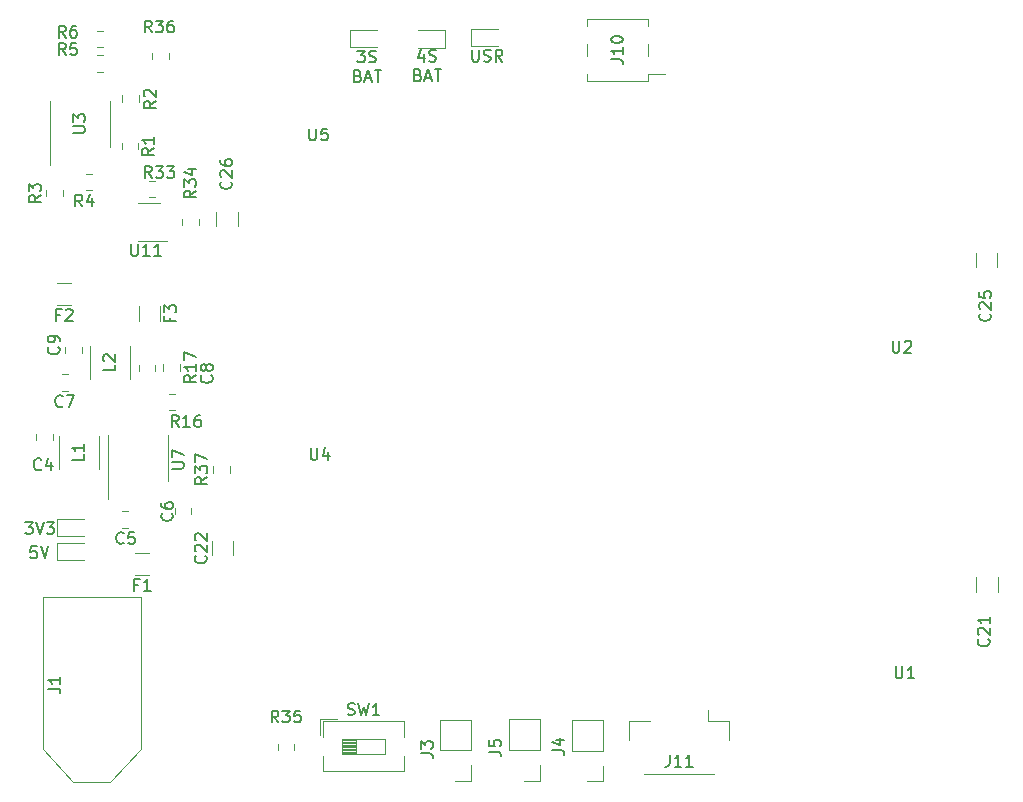
<source format=gbr>
G04 #@! TF.GenerationSoftware,KiCad,Pcbnew,(5.1.4)-1*
G04 #@! TF.CreationDate,2020-03-01T22:40:11-05:00*
G04 #@! TF.ProjectId,FPVRaceTimer,46505652-6163-4655-9469-6d65722e6b69,rev?*
G04 #@! TF.SameCoordinates,Original*
G04 #@! TF.FileFunction,Legend,Top*
G04 #@! TF.FilePolarity,Positive*
%FSLAX46Y46*%
G04 Gerber Fmt 4.6, Leading zero omitted, Abs format (unit mm)*
G04 Created by KiCad (PCBNEW (5.1.4)-1) date 2020-03-01 22:40:11*
%MOMM*%
%LPD*%
G04 APERTURE LIST*
%ADD10C,0.150000*%
%ADD11C,0.120000*%
G04 APERTURE END LIST*
D10*
X57054785Y-76938714D02*
X57054785Y-77605380D01*
X56816690Y-76557761D02*
X56578595Y-77272047D01*
X57197642Y-77272047D01*
X57530976Y-77557761D02*
X57673833Y-77605380D01*
X57911928Y-77605380D01*
X58007166Y-77557761D01*
X58054785Y-77510142D01*
X58102404Y-77414904D01*
X58102404Y-77319666D01*
X58054785Y-77224428D01*
X58007166Y-77176809D01*
X57911928Y-77129190D01*
X57721452Y-77081571D01*
X57626214Y-77033952D01*
X57578595Y-76986333D01*
X57530976Y-76891095D01*
X57530976Y-76795857D01*
X57578595Y-76700619D01*
X57626214Y-76653000D01*
X57721452Y-76605380D01*
X57959547Y-76605380D01*
X58102404Y-76653000D01*
X56602404Y-78731571D02*
X56745261Y-78779190D01*
X56792880Y-78826809D01*
X56840500Y-78922047D01*
X56840500Y-79064904D01*
X56792880Y-79160142D01*
X56745261Y-79207761D01*
X56650023Y-79255380D01*
X56269071Y-79255380D01*
X56269071Y-78255380D01*
X56602404Y-78255380D01*
X56697642Y-78303000D01*
X56745261Y-78350619D01*
X56792880Y-78445857D01*
X56792880Y-78541095D01*
X56745261Y-78636333D01*
X56697642Y-78683952D01*
X56602404Y-78731571D01*
X56269071Y-78731571D01*
X57221452Y-78969666D02*
X57697642Y-78969666D01*
X57126214Y-79255380D02*
X57459547Y-78255380D01*
X57792880Y-79255380D01*
X57983357Y-78255380D02*
X58554785Y-78255380D01*
X58269071Y-79255380D02*
X58269071Y-78255380D01*
X61158595Y-76604880D02*
X61158595Y-77414404D01*
X61206214Y-77509642D01*
X61253833Y-77557261D01*
X61349071Y-77604880D01*
X61539547Y-77604880D01*
X61634785Y-77557261D01*
X61682404Y-77509642D01*
X61730023Y-77414404D01*
X61730023Y-76604880D01*
X62158595Y-77557261D02*
X62301452Y-77604880D01*
X62539547Y-77604880D01*
X62634785Y-77557261D01*
X62682404Y-77509642D01*
X62730023Y-77414404D01*
X62730023Y-77319166D01*
X62682404Y-77223928D01*
X62634785Y-77176309D01*
X62539547Y-77128690D01*
X62349071Y-77081071D01*
X62253833Y-77033452D01*
X62206214Y-76985833D01*
X62158595Y-76890595D01*
X62158595Y-76795357D01*
X62206214Y-76700119D01*
X62253833Y-76652500D01*
X62349071Y-76604880D01*
X62587166Y-76604880D01*
X62730023Y-76652500D01*
X63730023Y-77604880D02*
X63396690Y-77128690D01*
X63158595Y-77604880D02*
X63158595Y-76604880D01*
X63539547Y-76604880D01*
X63634785Y-76652500D01*
X63682404Y-76700119D01*
X63730023Y-76795357D01*
X63730023Y-76938214D01*
X63682404Y-77033452D01*
X63634785Y-77081071D01*
X63539547Y-77128690D01*
X63158595Y-77128690D01*
X51450976Y-76668880D02*
X52070023Y-76668880D01*
X51736690Y-77049833D01*
X51879547Y-77049833D01*
X51974785Y-77097452D01*
X52022404Y-77145071D01*
X52070023Y-77240309D01*
X52070023Y-77478404D01*
X52022404Y-77573642D01*
X51974785Y-77621261D01*
X51879547Y-77668880D01*
X51593833Y-77668880D01*
X51498595Y-77621261D01*
X51450976Y-77573642D01*
X52450976Y-77621261D02*
X52593833Y-77668880D01*
X52831928Y-77668880D01*
X52927166Y-77621261D01*
X52974785Y-77573642D01*
X53022404Y-77478404D01*
X53022404Y-77383166D01*
X52974785Y-77287928D01*
X52927166Y-77240309D01*
X52831928Y-77192690D01*
X52641452Y-77145071D01*
X52546214Y-77097452D01*
X52498595Y-77049833D01*
X52450976Y-76954595D01*
X52450976Y-76859357D01*
X52498595Y-76764119D01*
X52546214Y-76716500D01*
X52641452Y-76668880D01*
X52879547Y-76668880D01*
X53022404Y-76716500D01*
X51522404Y-78795071D02*
X51665261Y-78842690D01*
X51712880Y-78890309D01*
X51760500Y-78985547D01*
X51760500Y-79128404D01*
X51712880Y-79223642D01*
X51665261Y-79271261D01*
X51570023Y-79318880D01*
X51189071Y-79318880D01*
X51189071Y-78318880D01*
X51522404Y-78318880D01*
X51617642Y-78366500D01*
X51665261Y-78414119D01*
X51712880Y-78509357D01*
X51712880Y-78604595D01*
X51665261Y-78699833D01*
X51617642Y-78747452D01*
X51522404Y-78795071D01*
X51189071Y-78795071D01*
X52141452Y-79033166D02*
X52617642Y-79033166D01*
X52046214Y-79318880D02*
X52379547Y-78318880D01*
X52712880Y-79318880D01*
X52903357Y-78318880D02*
X53474785Y-78318880D01*
X53189071Y-79318880D02*
X53189071Y-78318880D01*
X24292583Y-118659660D02*
X23816393Y-118659660D01*
X23768774Y-119135851D01*
X23816393Y-119088232D01*
X23911631Y-119040613D01*
X24149726Y-119040613D01*
X24244964Y-119088232D01*
X24292583Y-119135851D01*
X24340202Y-119231089D01*
X24340202Y-119469184D01*
X24292583Y-119564422D01*
X24244964Y-119612041D01*
X24149726Y-119659660D01*
X23911631Y-119659660D01*
X23816393Y-119612041D01*
X23768774Y-119564422D01*
X24625917Y-118659660D02*
X24959250Y-119659660D01*
X25292583Y-118659660D01*
X23328784Y-116589560D02*
X23947832Y-116589560D01*
X23614499Y-116970513D01*
X23757356Y-116970513D01*
X23852594Y-117018132D01*
X23900213Y-117065751D01*
X23947832Y-117160989D01*
X23947832Y-117399084D01*
X23900213Y-117494322D01*
X23852594Y-117541941D01*
X23757356Y-117589560D01*
X23471641Y-117589560D01*
X23376403Y-117541941D01*
X23328784Y-117494322D01*
X24233546Y-116589560D02*
X24566880Y-117589560D01*
X24900213Y-116589560D01*
X25138308Y-116589560D02*
X25757356Y-116589560D01*
X25424022Y-116970513D01*
X25566880Y-116970513D01*
X25662118Y-117018132D01*
X25709737Y-117065751D01*
X25757356Y-117160989D01*
X25757356Y-117399084D01*
X25709737Y-117494322D01*
X25662118Y-117541941D01*
X25566880Y-117589560D01*
X25281165Y-117589560D01*
X25185927Y-117541941D01*
X25138308Y-117494322D01*
D11*
X25652800Y-109141522D02*
X25652800Y-109658678D01*
X24232800Y-109141522D02*
X24232800Y-109658678D01*
X31544522Y-117118200D02*
X32061678Y-117118200D01*
X31544522Y-115698200D02*
X32061678Y-115698200D01*
X37387600Y-115904778D02*
X37387600Y-115387622D01*
X35967600Y-115904778D02*
X35967600Y-115387622D01*
X26920718Y-105472300D02*
X26403562Y-105472300D01*
X26920718Y-104052300D02*
X26403562Y-104052300D01*
X36422400Y-103248722D02*
X36422400Y-103765878D01*
X35002400Y-103248722D02*
X35002400Y-103765878D01*
X26722000Y-101798622D02*
X26722000Y-102315778D01*
X28142000Y-101798622D02*
X28142000Y-102315778D01*
X58828140Y-74962080D02*
X56543140Y-74962080D01*
X58828140Y-76432080D02*
X58828140Y-74962080D01*
X56543140Y-76432080D02*
X58828140Y-76432080D01*
X53098600Y-74921440D02*
X50813600Y-74921440D01*
X50813600Y-74921440D02*
X50813600Y-76391440D01*
X50813600Y-76391440D02*
X53098600Y-76391440D01*
X26005320Y-119840680D02*
X28290320Y-119840680D01*
X26005320Y-118370680D02*
X26005320Y-119840680D01*
X28290320Y-118370680D02*
X26005320Y-118370680D01*
X28295500Y-116308200D02*
X26010500Y-116308200D01*
X26010500Y-116308200D02*
X26010500Y-117778200D01*
X26010500Y-117778200D02*
X28295500Y-117778200D01*
X33839564Y-121052000D02*
X32635436Y-121052000D01*
X33839564Y-119232000D02*
X32635436Y-119232000D01*
X61070800Y-138515400D02*
X59740800Y-138515400D01*
X61070800Y-137185400D02*
X61070800Y-138515400D01*
X61070800Y-135915400D02*
X58410800Y-135915400D01*
X58410800Y-135915400D02*
X58410800Y-133315400D01*
X61070800Y-135915400D02*
X61070800Y-133315400D01*
X61070800Y-133315400D02*
X58410800Y-133315400D01*
X72246800Y-133340800D02*
X69586800Y-133340800D01*
X72246800Y-135940800D02*
X72246800Y-133340800D01*
X69586800Y-135940800D02*
X69586800Y-133340800D01*
X72246800Y-135940800D02*
X69586800Y-135940800D01*
X72246800Y-137210800D02*
X72246800Y-138540800D01*
X72246800Y-138540800D02*
X70916800Y-138540800D01*
X66912800Y-133290000D02*
X64252800Y-133290000D01*
X66912800Y-135890000D02*
X66912800Y-133290000D01*
X64252800Y-135890000D02*
X64252800Y-133290000D01*
X66912800Y-135890000D02*
X64252800Y-135890000D01*
X66912800Y-137160000D02*
X66912800Y-138490000D01*
X66912800Y-138490000D02*
X65582800Y-138490000D01*
X29573800Y-112083352D02*
X29573800Y-109310848D01*
X26153800Y-112083352D02*
X26153800Y-109310848D01*
X32228100Y-101708448D02*
X32228100Y-104480952D01*
X28808100Y-101708448D02*
X28808100Y-104480952D01*
X32917200Y-85030052D02*
X32917200Y-84507548D01*
X31497200Y-85030052D02*
X31497200Y-84507548D01*
X31522600Y-80988692D02*
X31522600Y-80466188D01*
X32942600Y-80988692D02*
X32942600Y-80466188D01*
X26546880Y-89025252D02*
X26546880Y-88502748D01*
X25126880Y-89025252D02*
X25126880Y-88502748D01*
X28491548Y-88517800D02*
X29014052Y-88517800D01*
X28491548Y-87097800D02*
X29014052Y-87097800D01*
X29922212Y-74976920D02*
X29399708Y-74976920D01*
X29922212Y-76396920D02*
X29399708Y-76396920D01*
X29407108Y-77044480D02*
X29929612Y-77044480D01*
X29407108Y-78464480D02*
X29929612Y-78464480D01*
X35492948Y-107136000D02*
X36015452Y-107136000D01*
X35492948Y-105716000D02*
X36015452Y-105716000D01*
X34339600Y-103319948D02*
X34339600Y-103842452D01*
X32919600Y-103319948D02*
X32919600Y-103842452D01*
X30530480Y-82890920D02*
X30530480Y-80940920D01*
X30530480Y-82890920D02*
X30530480Y-84840920D01*
X25410480Y-82890920D02*
X25410480Y-80940920D01*
X25410480Y-82890920D02*
X25410480Y-86340920D01*
X63317020Y-74857940D02*
X61032020Y-74857940D01*
X61032020Y-74857940D02*
X61032020Y-76327940D01*
X61032020Y-76327940D02*
X63317020Y-76327940D01*
X27221264Y-96372000D02*
X26017136Y-96372000D01*
X27221264Y-98192000D02*
X26017136Y-98192000D01*
X34742800Y-98342036D02*
X34742800Y-99546164D01*
X32922800Y-98342036D02*
X32922800Y-99546164D01*
X30506000Y-138616000D02*
X33106000Y-135766000D01*
X24806000Y-135766000D02*
X27356000Y-138616000D01*
X33106000Y-122916000D02*
X24806000Y-122916000D01*
X33106000Y-135766000D02*
X33106000Y-122916000D01*
X27356000Y-138616000D02*
X30506000Y-138616000D01*
X24806000Y-122916000D02*
X24806000Y-135766000D01*
X34322652Y-87692160D02*
X33800148Y-87692160D01*
X34322652Y-89112160D02*
X33800148Y-89112160D01*
X36582280Y-91443332D02*
X36582280Y-90920828D01*
X38002280Y-91443332D02*
X38002280Y-90920828D01*
X46125200Y-135906252D02*
X46125200Y-135383748D01*
X44705200Y-135906252D02*
X44705200Y-135383748D01*
X105685000Y-121273156D02*
X105685000Y-122477284D01*
X103865000Y-121273156D02*
X103865000Y-122477284D01*
X39135640Y-119413104D02*
X39135640Y-118208976D01*
X40955640Y-119413104D02*
X40955640Y-118208976D01*
X105611340Y-93795436D02*
X105611340Y-94999564D01*
X103791340Y-93795436D02*
X103791340Y-94999564D01*
X41301080Y-91528984D02*
X41301080Y-90324856D01*
X39481080Y-91528984D02*
X39481080Y-90324856D01*
X76094900Y-79216560D02*
X70894900Y-79216560D01*
X76094900Y-74016560D02*
X70894900Y-74016560D01*
X77534900Y-78646560D02*
X76094900Y-78646560D01*
X76094900Y-79216560D02*
X76094900Y-78646560D01*
X70894900Y-79216560D02*
X70894900Y-78646560D01*
X76094900Y-74586560D02*
X76094900Y-74016560D01*
X70894900Y-74586560D02*
X70894900Y-74016560D01*
X76094900Y-77126560D02*
X76094900Y-76106560D01*
X70894900Y-77126560D02*
X70894900Y-76106560D01*
X82924200Y-135071200D02*
X82924200Y-133471200D01*
X82924200Y-133471200D02*
X81124200Y-133471200D01*
X81124200Y-133471200D02*
X81124200Y-132531200D01*
X74454200Y-135071200D02*
X74454200Y-133471200D01*
X74454200Y-133471200D02*
X76254200Y-133471200D01*
X81654200Y-137941200D02*
X75724200Y-137941200D01*
X34072760Y-77425292D02*
X34072760Y-76902788D01*
X35492760Y-77425292D02*
X35492760Y-76902788D01*
X40633720Y-112402252D02*
X40633720Y-111879748D01*
X39213720Y-112402252D02*
X39213720Y-111879748D01*
X48558400Y-133475200D02*
X55378400Y-133475200D01*
X48558400Y-137695200D02*
X55378400Y-137695200D01*
X48558400Y-133475200D02*
X48558400Y-134785200D01*
X48558400Y-136385200D02*
X48558400Y-137695200D01*
X55378400Y-133475200D02*
X55378400Y-134785200D01*
X55378400Y-136385200D02*
X55378400Y-137695200D01*
X48318400Y-133235200D02*
X49701400Y-133235200D01*
X48318400Y-133235200D02*
X48318400Y-134618200D01*
X50158400Y-134950200D02*
X50158400Y-136220200D01*
X50158400Y-136220200D02*
X53778400Y-136220200D01*
X53778400Y-136220200D02*
X53778400Y-134950200D01*
X53778400Y-134950200D02*
X50158400Y-134950200D01*
X50158400Y-135070200D02*
X51365067Y-135070200D01*
X50158400Y-135190200D02*
X51365067Y-135190200D01*
X50158400Y-135310200D02*
X51365067Y-135310200D01*
X50158400Y-135430200D02*
X51365067Y-135430200D01*
X50158400Y-135550200D02*
X51365067Y-135550200D01*
X50158400Y-135670200D02*
X51365067Y-135670200D01*
X50158400Y-135790200D02*
X51365067Y-135790200D01*
X50158400Y-135910200D02*
X51365067Y-135910200D01*
X50158400Y-136030200D02*
X51365067Y-136030200D01*
X50158400Y-136150200D02*
X51365067Y-136150200D01*
X51365067Y-134950200D02*
X51365067Y-136220200D01*
X34716280Y-89616680D02*
X32916280Y-89616680D01*
X32916280Y-92836680D02*
X35366280Y-92836680D01*
X35427600Y-111201200D02*
X35427600Y-109251200D01*
X35427600Y-111201200D02*
X35427600Y-113151200D01*
X30307600Y-111201200D02*
X30307600Y-109251200D01*
X30307600Y-111201200D02*
X30307600Y-114651200D01*
D10*
X96774095Y-101242880D02*
X96774095Y-102052404D01*
X96821714Y-102147642D01*
X96869333Y-102195261D01*
X96964571Y-102242880D01*
X97155047Y-102242880D01*
X97250285Y-102195261D01*
X97297904Y-102147642D01*
X97345523Y-102052404D01*
X97345523Y-101242880D01*
X97774095Y-101338119D02*
X97821714Y-101290500D01*
X97916952Y-101242880D01*
X98155047Y-101242880D01*
X98250285Y-101290500D01*
X98297904Y-101338119D01*
X98345523Y-101433357D01*
X98345523Y-101528595D01*
X98297904Y-101671452D01*
X97726476Y-102242880D01*
X98345523Y-102242880D01*
X24674533Y-112112062D02*
X24626914Y-112159681D01*
X24484057Y-112207300D01*
X24388819Y-112207300D01*
X24245961Y-112159681D01*
X24150723Y-112064443D01*
X24103104Y-111969205D01*
X24055485Y-111778729D01*
X24055485Y-111635872D01*
X24103104Y-111445396D01*
X24150723Y-111350158D01*
X24245961Y-111254920D01*
X24388819Y-111207300D01*
X24484057Y-111207300D01*
X24626914Y-111254920D01*
X24674533Y-111302539D01*
X25531676Y-111540634D02*
X25531676Y-112207300D01*
X25293580Y-111159681D02*
X25055485Y-111873967D01*
X25674533Y-111873967D01*
X31662073Y-118355382D02*
X31614454Y-118403001D01*
X31471597Y-118450620D01*
X31376359Y-118450620D01*
X31233501Y-118403001D01*
X31138263Y-118307763D01*
X31090644Y-118212525D01*
X31043025Y-118022049D01*
X31043025Y-117879192D01*
X31090644Y-117688716D01*
X31138263Y-117593478D01*
X31233501Y-117498240D01*
X31376359Y-117450620D01*
X31471597Y-117450620D01*
X31614454Y-117498240D01*
X31662073Y-117545859D01*
X32566835Y-117450620D02*
X32090644Y-117450620D01*
X32043025Y-117926811D01*
X32090644Y-117879192D01*
X32185882Y-117831573D01*
X32423978Y-117831573D01*
X32519216Y-117879192D01*
X32566835Y-117926811D01*
X32614454Y-118022049D01*
X32614454Y-118260144D01*
X32566835Y-118355382D01*
X32519216Y-118403001D01*
X32423978Y-118450620D01*
X32185882Y-118450620D01*
X32090644Y-118403001D01*
X32043025Y-118355382D01*
X35726642Y-115858586D02*
X35774261Y-115906205D01*
X35821880Y-116049062D01*
X35821880Y-116144300D01*
X35774261Y-116287158D01*
X35679023Y-116382396D01*
X35583785Y-116430015D01*
X35393309Y-116477634D01*
X35250452Y-116477634D01*
X35059976Y-116430015D01*
X34964738Y-116382396D01*
X34869500Y-116287158D01*
X34821880Y-116144300D01*
X34821880Y-116049062D01*
X34869500Y-115906205D01*
X34917119Y-115858586D01*
X34821880Y-115001443D02*
X34821880Y-115191920D01*
X34869500Y-115287158D01*
X34917119Y-115334777D01*
X35059976Y-115430015D01*
X35250452Y-115477634D01*
X35631404Y-115477634D01*
X35726642Y-115430015D01*
X35774261Y-115382396D01*
X35821880Y-115287158D01*
X35821880Y-115096681D01*
X35774261Y-115001443D01*
X35726642Y-114953824D01*
X35631404Y-114906205D01*
X35393309Y-114906205D01*
X35298071Y-114953824D01*
X35250452Y-115001443D01*
X35202833Y-115096681D01*
X35202833Y-115287158D01*
X35250452Y-115382396D01*
X35298071Y-115430015D01*
X35393309Y-115477634D01*
X26495473Y-106769442D02*
X26447854Y-106817061D01*
X26304997Y-106864680D01*
X26209759Y-106864680D01*
X26066901Y-106817061D01*
X25971663Y-106721823D01*
X25924044Y-106626585D01*
X25876425Y-106436109D01*
X25876425Y-106293252D01*
X25924044Y-106102776D01*
X25971663Y-106007538D01*
X26066901Y-105912300D01*
X26209759Y-105864680D01*
X26304997Y-105864680D01*
X26447854Y-105912300D01*
X26495473Y-105959919D01*
X26828806Y-105864680D02*
X27495473Y-105864680D01*
X27066901Y-106864680D01*
X39092142Y-104179666D02*
X39139761Y-104227285D01*
X39187380Y-104370142D01*
X39187380Y-104465380D01*
X39139761Y-104608238D01*
X39044523Y-104703476D01*
X38949285Y-104751095D01*
X38758809Y-104798714D01*
X38615952Y-104798714D01*
X38425476Y-104751095D01*
X38330238Y-104703476D01*
X38235000Y-104608238D01*
X38187380Y-104465380D01*
X38187380Y-104370142D01*
X38235000Y-104227285D01*
X38282619Y-104179666D01*
X38615952Y-103608238D02*
X38568333Y-103703476D01*
X38520714Y-103751095D01*
X38425476Y-103798714D01*
X38377857Y-103798714D01*
X38282619Y-103751095D01*
X38235000Y-103703476D01*
X38187380Y-103608238D01*
X38187380Y-103417761D01*
X38235000Y-103322523D01*
X38282619Y-103274904D01*
X38377857Y-103227285D01*
X38425476Y-103227285D01*
X38520714Y-103274904D01*
X38568333Y-103322523D01*
X38615952Y-103417761D01*
X38615952Y-103608238D01*
X38663571Y-103703476D01*
X38711190Y-103751095D01*
X38806428Y-103798714D01*
X38996904Y-103798714D01*
X39092142Y-103751095D01*
X39139761Y-103703476D01*
X39187380Y-103608238D01*
X39187380Y-103417761D01*
X39139761Y-103322523D01*
X39092142Y-103274904D01*
X38996904Y-103227285D01*
X38806428Y-103227285D01*
X38711190Y-103274904D01*
X38663571Y-103322523D01*
X38615952Y-103417761D01*
X26138142Y-101766666D02*
X26185761Y-101814285D01*
X26233380Y-101957142D01*
X26233380Y-102052380D01*
X26185761Y-102195238D01*
X26090523Y-102290476D01*
X25995285Y-102338095D01*
X25804809Y-102385714D01*
X25661952Y-102385714D01*
X25471476Y-102338095D01*
X25376238Y-102290476D01*
X25281000Y-102195238D01*
X25233380Y-102052380D01*
X25233380Y-101957142D01*
X25281000Y-101814285D01*
X25328619Y-101766666D01*
X26233380Y-101290476D02*
X26233380Y-101100000D01*
X26185761Y-101004761D01*
X26138142Y-100957142D01*
X25995285Y-100861904D01*
X25804809Y-100814285D01*
X25423857Y-100814285D01*
X25328619Y-100861904D01*
X25281000Y-100909523D01*
X25233380Y-101004761D01*
X25233380Y-101195238D01*
X25281000Y-101290476D01*
X25328619Y-101338095D01*
X25423857Y-101385714D01*
X25661952Y-101385714D01*
X25757190Y-101338095D01*
X25804809Y-101290476D01*
X25852428Y-101195238D01*
X25852428Y-101004761D01*
X25804809Y-100909523D01*
X25757190Y-100861904D01*
X25661952Y-100814285D01*
X32904166Y-121890571D02*
X32570833Y-121890571D01*
X32570833Y-122414380D02*
X32570833Y-121414380D01*
X33047023Y-121414380D01*
X33951785Y-122414380D02*
X33380357Y-122414380D01*
X33666071Y-122414380D02*
X33666071Y-121414380D01*
X33570833Y-121557238D01*
X33475595Y-121652476D01*
X33380357Y-121700095D01*
X56818280Y-136147133D02*
X57532566Y-136147133D01*
X57675423Y-136194752D01*
X57770661Y-136289990D01*
X57818280Y-136432847D01*
X57818280Y-136528085D01*
X56818280Y-135766180D02*
X56818280Y-135147133D01*
X57199233Y-135480466D01*
X57199233Y-135337609D01*
X57246852Y-135242371D01*
X57294471Y-135194752D01*
X57389709Y-135147133D01*
X57627804Y-135147133D01*
X57723042Y-135194752D01*
X57770661Y-135242371D01*
X57818280Y-135337609D01*
X57818280Y-135623323D01*
X57770661Y-135718561D01*
X57723042Y-135766180D01*
X67968880Y-135918533D02*
X68683166Y-135918533D01*
X68826023Y-135966152D01*
X68921261Y-136061390D01*
X68968880Y-136204247D01*
X68968880Y-136299485D01*
X68302214Y-135013771D02*
X68968880Y-135013771D01*
X67921261Y-135251866D02*
X68635547Y-135489961D01*
X68635547Y-134870914D01*
X62609480Y-136020133D02*
X63323766Y-136020133D01*
X63466623Y-136067752D01*
X63561861Y-136162990D01*
X63609480Y-136305847D01*
X63609480Y-136401085D01*
X62609480Y-135067752D02*
X62609480Y-135543942D01*
X63085671Y-135591561D01*
X63038052Y-135543942D01*
X62990433Y-135448704D01*
X62990433Y-135210609D01*
X63038052Y-135115371D01*
X63085671Y-135067752D01*
X63180909Y-135020133D01*
X63419004Y-135020133D01*
X63514242Y-135067752D01*
X63561861Y-135115371D01*
X63609480Y-135210609D01*
X63609480Y-135448704D01*
X63561861Y-135543942D01*
X63514242Y-135591561D01*
X28283160Y-110864946D02*
X28283160Y-111341137D01*
X27283160Y-111341137D01*
X28283160Y-110007803D02*
X28283160Y-110579232D01*
X28283160Y-110293518D02*
X27283160Y-110293518D01*
X27426018Y-110388756D01*
X27521256Y-110483994D01*
X27568875Y-110579232D01*
X30932380Y-103261366D02*
X30932380Y-103737557D01*
X29932380Y-103737557D01*
X30027619Y-102975652D02*
X29980000Y-102928033D01*
X29932380Y-102832795D01*
X29932380Y-102594700D01*
X29980000Y-102499461D01*
X30027619Y-102451842D01*
X30122857Y-102404223D01*
X30218095Y-102404223D01*
X30360952Y-102451842D01*
X30932380Y-103023271D01*
X30932380Y-102404223D01*
X34234380Y-84935466D02*
X33758190Y-85268800D01*
X34234380Y-85506895D02*
X33234380Y-85506895D01*
X33234380Y-85125942D01*
X33282000Y-85030704D01*
X33329619Y-84983085D01*
X33424857Y-84935466D01*
X33567714Y-84935466D01*
X33662952Y-84983085D01*
X33710571Y-85030704D01*
X33758190Y-85125942D01*
X33758190Y-85506895D01*
X34234380Y-83983085D02*
X34234380Y-84554514D01*
X34234380Y-84268800D02*
X33234380Y-84268800D01*
X33377238Y-84364038D01*
X33472476Y-84459276D01*
X33520095Y-84554514D01*
X34361380Y-80938666D02*
X33885190Y-81272000D01*
X34361380Y-81510095D02*
X33361380Y-81510095D01*
X33361380Y-81129142D01*
X33409000Y-81033904D01*
X33456619Y-80986285D01*
X33551857Y-80938666D01*
X33694714Y-80938666D01*
X33789952Y-80986285D01*
X33837571Y-81033904D01*
X33885190Y-81129142D01*
X33885190Y-81510095D01*
X33456619Y-80557714D02*
X33409000Y-80510095D01*
X33361380Y-80414857D01*
X33361380Y-80176761D01*
X33409000Y-80081523D01*
X33456619Y-80033904D01*
X33551857Y-79986285D01*
X33647095Y-79986285D01*
X33789952Y-80033904D01*
X34361380Y-80605333D01*
X34361380Y-79986285D01*
X24639260Y-88930666D02*
X24163070Y-89264000D01*
X24639260Y-89502095D02*
X23639260Y-89502095D01*
X23639260Y-89121142D01*
X23686880Y-89025904D01*
X23734499Y-88978285D01*
X23829737Y-88930666D01*
X23972594Y-88930666D01*
X24067832Y-88978285D01*
X24115451Y-89025904D01*
X24163070Y-89121142D01*
X24163070Y-89502095D01*
X23639260Y-88597333D02*
X23639260Y-87978285D01*
X24020213Y-88311619D01*
X24020213Y-88168761D01*
X24067832Y-88073523D01*
X24115451Y-88025904D01*
X24210689Y-87978285D01*
X24448784Y-87978285D01*
X24544022Y-88025904D01*
X24591641Y-88073523D01*
X24639260Y-88168761D01*
X24639260Y-88454476D01*
X24591641Y-88549714D01*
X24544022Y-88597333D01*
X28154333Y-89860380D02*
X27821000Y-89384190D01*
X27582904Y-89860380D02*
X27582904Y-88860380D01*
X27963857Y-88860380D01*
X28059095Y-88908000D01*
X28106714Y-88955619D01*
X28154333Y-89050857D01*
X28154333Y-89193714D01*
X28106714Y-89288952D01*
X28059095Y-89336571D01*
X27963857Y-89384190D01*
X27582904Y-89384190D01*
X29011476Y-89193714D02*
X29011476Y-89860380D01*
X28773380Y-88812761D02*
X28535285Y-89527047D01*
X29154333Y-89527047D01*
X26757333Y-77033380D02*
X26424000Y-76557190D01*
X26185904Y-77033380D02*
X26185904Y-76033380D01*
X26566857Y-76033380D01*
X26662095Y-76081000D01*
X26709714Y-76128619D01*
X26757333Y-76223857D01*
X26757333Y-76366714D01*
X26709714Y-76461952D01*
X26662095Y-76509571D01*
X26566857Y-76557190D01*
X26185904Y-76557190D01*
X27662095Y-76033380D02*
X27185904Y-76033380D01*
X27138285Y-76509571D01*
X27185904Y-76461952D01*
X27281142Y-76414333D01*
X27519238Y-76414333D01*
X27614476Y-76461952D01*
X27662095Y-76509571D01*
X27709714Y-76604809D01*
X27709714Y-76842904D01*
X27662095Y-76938142D01*
X27614476Y-76985761D01*
X27519238Y-77033380D01*
X27281142Y-77033380D01*
X27185904Y-76985761D01*
X27138285Y-76938142D01*
X26757333Y-75572880D02*
X26424000Y-75096690D01*
X26185904Y-75572880D02*
X26185904Y-74572880D01*
X26566857Y-74572880D01*
X26662095Y-74620500D01*
X26709714Y-74668119D01*
X26757333Y-74763357D01*
X26757333Y-74906214D01*
X26709714Y-75001452D01*
X26662095Y-75049071D01*
X26566857Y-75096690D01*
X26185904Y-75096690D01*
X27614476Y-74572880D02*
X27424000Y-74572880D01*
X27328761Y-74620500D01*
X27281142Y-74668119D01*
X27185904Y-74810976D01*
X27138285Y-75001452D01*
X27138285Y-75382404D01*
X27185904Y-75477642D01*
X27233523Y-75525261D01*
X27328761Y-75572880D01*
X27519238Y-75572880D01*
X27614476Y-75525261D01*
X27662095Y-75477642D01*
X27709714Y-75382404D01*
X27709714Y-75144309D01*
X27662095Y-75049071D01*
X27614476Y-75001452D01*
X27519238Y-74953833D01*
X27328761Y-74953833D01*
X27233523Y-75001452D01*
X27185904Y-75049071D01*
X27138285Y-75144309D01*
X36314142Y-108529380D02*
X35980809Y-108053190D01*
X35742714Y-108529380D02*
X35742714Y-107529380D01*
X36123666Y-107529380D01*
X36218904Y-107577000D01*
X36266523Y-107624619D01*
X36314142Y-107719857D01*
X36314142Y-107862714D01*
X36266523Y-107957952D01*
X36218904Y-108005571D01*
X36123666Y-108053190D01*
X35742714Y-108053190D01*
X37266523Y-108529380D02*
X36695095Y-108529380D01*
X36980809Y-108529380D02*
X36980809Y-107529380D01*
X36885571Y-107672238D01*
X36790333Y-107767476D01*
X36695095Y-107815095D01*
X38123666Y-107529380D02*
X37933190Y-107529380D01*
X37837952Y-107577000D01*
X37790333Y-107624619D01*
X37695095Y-107767476D01*
X37647476Y-107957952D01*
X37647476Y-108338904D01*
X37695095Y-108434142D01*
X37742714Y-108481761D01*
X37837952Y-108529380D01*
X38028428Y-108529380D01*
X38123666Y-108481761D01*
X38171285Y-108434142D01*
X38218904Y-108338904D01*
X38218904Y-108100809D01*
X38171285Y-108005571D01*
X38123666Y-107957952D01*
X38028428Y-107910333D01*
X37837952Y-107910333D01*
X37742714Y-107957952D01*
X37695095Y-108005571D01*
X37647476Y-108100809D01*
X37790380Y-104147857D02*
X37314190Y-104481190D01*
X37790380Y-104719285D02*
X36790380Y-104719285D01*
X36790380Y-104338333D01*
X36838000Y-104243095D01*
X36885619Y-104195476D01*
X36980857Y-104147857D01*
X37123714Y-104147857D01*
X37218952Y-104195476D01*
X37266571Y-104243095D01*
X37314190Y-104338333D01*
X37314190Y-104719285D01*
X37790380Y-103195476D02*
X37790380Y-103766904D01*
X37790380Y-103481190D02*
X36790380Y-103481190D01*
X36933238Y-103576428D01*
X37028476Y-103671666D01*
X37076095Y-103766904D01*
X36790380Y-102862142D02*
X36790380Y-102195476D01*
X37790380Y-102624047D01*
X27392380Y-83652824D02*
X28201904Y-83652824D01*
X28297142Y-83605205D01*
X28344761Y-83557586D01*
X28392380Y-83462348D01*
X28392380Y-83271872D01*
X28344761Y-83176634D01*
X28297142Y-83129015D01*
X28201904Y-83081396D01*
X27392380Y-83081396D01*
X27392380Y-82700443D02*
X27392380Y-82081396D01*
X27773333Y-82414729D01*
X27773333Y-82271872D01*
X27820952Y-82176634D01*
X27868571Y-82129015D01*
X27963809Y-82081396D01*
X28201904Y-82081396D01*
X28297142Y-82129015D01*
X28344761Y-82176634D01*
X28392380Y-82271872D01*
X28392380Y-82557586D01*
X28344761Y-82652824D01*
X28297142Y-82700443D01*
X26285866Y-99030571D02*
X25952533Y-99030571D01*
X25952533Y-99554380D02*
X25952533Y-98554380D01*
X26428723Y-98554380D01*
X26762057Y-98649619D02*
X26809676Y-98602000D01*
X26904914Y-98554380D01*
X27143009Y-98554380D01*
X27238247Y-98602000D01*
X27285866Y-98649619D01*
X27333485Y-98744857D01*
X27333485Y-98840095D01*
X27285866Y-98982952D01*
X26714438Y-99554380D01*
X27333485Y-99554380D01*
X35581371Y-99277433D02*
X35581371Y-99610766D01*
X36105180Y-99610766D02*
X35105180Y-99610766D01*
X35105180Y-99134576D01*
X35105180Y-98848861D02*
X35105180Y-98229814D01*
X35486133Y-98563147D01*
X35486133Y-98420290D01*
X35533752Y-98325052D01*
X35581371Y-98277433D01*
X35676609Y-98229814D01*
X35914704Y-98229814D01*
X36009942Y-98277433D01*
X36057561Y-98325052D01*
X36105180Y-98420290D01*
X36105180Y-98706004D01*
X36057561Y-98801242D01*
X36009942Y-98848861D01*
X25296880Y-130698833D02*
X26011166Y-130698833D01*
X26154023Y-130746452D01*
X26249261Y-130841690D01*
X26296880Y-130984547D01*
X26296880Y-131079785D01*
X26296880Y-129698833D02*
X26296880Y-130270261D01*
X26296880Y-129984547D02*
X25296880Y-129984547D01*
X25439738Y-130079785D01*
X25534976Y-130175023D01*
X25582595Y-130270261D01*
X34028142Y-87447380D02*
X33694809Y-86971190D01*
X33456714Y-87447380D02*
X33456714Y-86447380D01*
X33837666Y-86447380D01*
X33932904Y-86495000D01*
X33980523Y-86542619D01*
X34028142Y-86637857D01*
X34028142Y-86780714D01*
X33980523Y-86875952D01*
X33932904Y-86923571D01*
X33837666Y-86971190D01*
X33456714Y-86971190D01*
X34361476Y-86447380D02*
X34980523Y-86447380D01*
X34647190Y-86828333D01*
X34790047Y-86828333D01*
X34885285Y-86875952D01*
X34932904Y-86923571D01*
X34980523Y-87018809D01*
X34980523Y-87256904D01*
X34932904Y-87352142D01*
X34885285Y-87399761D01*
X34790047Y-87447380D01*
X34504333Y-87447380D01*
X34409095Y-87399761D01*
X34361476Y-87352142D01*
X35313857Y-86447380D02*
X35932904Y-86447380D01*
X35599571Y-86828333D01*
X35742428Y-86828333D01*
X35837666Y-86875952D01*
X35885285Y-86923571D01*
X35932904Y-87018809D01*
X35932904Y-87256904D01*
X35885285Y-87352142D01*
X35837666Y-87399761D01*
X35742428Y-87447380D01*
X35456714Y-87447380D01*
X35361476Y-87399761D01*
X35313857Y-87352142D01*
X37790380Y-88526857D02*
X37314190Y-88860190D01*
X37790380Y-89098285D02*
X36790380Y-89098285D01*
X36790380Y-88717333D01*
X36838000Y-88622095D01*
X36885619Y-88574476D01*
X36980857Y-88526857D01*
X37123714Y-88526857D01*
X37218952Y-88574476D01*
X37266571Y-88622095D01*
X37314190Y-88717333D01*
X37314190Y-89098285D01*
X36790380Y-88193523D02*
X36790380Y-87574476D01*
X37171333Y-87907809D01*
X37171333Y-87764952D01*
X37218952Y-87669714D01*
X37266571Y-87622095D01*
X37361809Y-87574476D01*
X37599904Y-87574476D01*
X37695142Y-87622095D01*
X37742761Y-87669714D01*
X37790380Y-87764952D01*
X37790380Y-88050666D01*
X37742761Y-88145904D01*
X37695142Y-88193523D01*
X37123714Y-86717333D02*
X37790380Y-86717333D01*
X36742761Y-86955428D02*
X37457047Y-87193523D01*
X37457047Y-86574476D01*
X44759642Y-133548380D02*
X44426309Y-133072190D01*
X44188214Y-133548380D02*
X44188214Y-132548380D01*
X44569166Y-132548380D01*
X44664404Y-132596000D01*
X44712023Y-132643619D01*
X44759642Y-132738857D01*
X44759642Y-132881714D01*
X44712023Y-132976952D01*
X44664404Y-133024571D01*
X44569166Y-133072190D01*
X44188214Y-133072190D01*
X45092976Y-132548380D02*
X45712023Y-132548380D01*
X45378690Y-132929333D01*
X45521547Y-132929333D01*
X45616785Y-132976952D01*
X45664404Y-133024571D01*
X45712023Y-133119809D01*
X45712023Y-133357904D01*
X45664404Y-133453142D01*
X45616785Y-133500761D01*
X45521547Y-133548380D01*
X45235833Y-133548380D01*
X45140595Y-133500761D01*
X45092976Y-133453142D01*
X46616785Y-132548380D02*
X46140595Y-132548380D01*
X46092976Y-133024571D01*
X46140595Y-132976952D01*
X46235833Y-132929333D01*
X46473928Y-132929333D01*
X46569166Y-132976952D01*
X46616785Y-133024571D01*
X46664404Y-133119809D01*
X46664404Y-133357904D01*
X46616785Y-133453142D01*
X46569166Y-133500761D01*
X46473928Y-133548380D01*
X46235833Y-133548380D01*
X46140595Y-133500761D01*
X46092976Y-133453142D01*
X104878142Y-126499857D02*
X104925761Y-126547476D01*
X104973380Y-126690333D01*
X104973380Y-126785571D01*
X104925761Y-126928428D01*
X104830523Y-127023666D01*
X104735285Y-127071285D01*
X104544809Y-127118904D01*
X104401952Y-127118904D01*
X104211476Y-127071285D01*
X104116238Y-127023666D01*
X104021000Y-126928428D01*
X103973380Y-126785571D01*
X103973380Y-126690333D01*
X104021000Y-126547476D01*
X104068619Y-126499857D01*
X104068619Y-126118904D02*
X104021000Y-126071285D01*
X103973380Y-125976047D01*
X103973380Y-125737952D01*
X104021000Y-125642714D01*
X104068619Y-125595095D01*
X104163857Y-125547476D01*
X104259095Y-125547476D01*
X104401952Y-125595095D01*
X104973380Y-126166523D01*
X104973380Y-125547476D01*
X104973380Y-124595095D02*
X104973380Y-125166523D01*
X104973380Y-124880809D02*
X103973380Y-124880809D01*
X104116238Y-124976047D01*
X104211476Y-125071285D01*
X104259095Y-125166523D01*
X38582782Y-119453897D02*
X38630401Y-119501516D01*
X38678020Y-119644373D01*
X38678020Y-119739611D01*
X38630401Y-119882468D01*
X38535163Y-119977706D01*
X38439925Y-120025325D01*
X38249449Y-120072944D01*
X38106592Y-120072944D01*
X37916116Y-120025325D01*
X37820878Y-119977706D01*
X37725640Y-119882468D01*
X37678020Y-119739611D01*
X37678020Y-119644373D01*
X37725640Y-119501516D01*
X37773259Y-119453897D01*
X37773259Y-119072944D02*
X37725640Y-119025325D01*
X37678020Y-118930087D01*
X37678020Y-118691992D01*
X37725640Y-118596754D01*
X37773259Y-118549135D01*
X37868497Y-118501516D01*
X37963735Y-118501516D01*
X38106592Y-118549135D01*
X38678020Y-119120563D01*
X38678020Y-118501516D01*
X37773259Y-118120563D02*
X37725640Y-118072944D01*
X37678020Y-117977706D01*
X37678020Y-117739611D01*
X37725640Y-117644373D01*
X37773259Y-117596754D01*
X37868497Y-117549135D01*
X37963735Y-117549135D01*
X38106592Y-117596754D01*
X38678020Y-118168182D01*
X38678020Y-117549135D01*
X105005142Y-98940857D02*
X105052761Y-98988476D01*
X105100380Y-99131333D01*
X105100380Y-99226571D01*
X105052761Y-99369428D01*
X104957523Y-99464666D01*
X104862285Y-99512285D01*
X104671809Y-99559904D01*
X104528952Y-99559904D01*
X104338476Y-99512285D01*
X104243238Y-99464666D01*
X104148000Y-99369428D01*
X104100380Y-99226571D01*
X104100380Y-99131333D01*
X104148000Y-98988476D01*
X104195619Y-98940857D01*
X104195619Y-98559904D02*
X104148000Y-98512285D01*
X104100380Y-98417047D01*
X104100380Y-98178952D01*
X104148000Y-98083714D01*
X104195619Y-98036095D01*
X104290857Y-97988476D01*
X104386095Y-97988476D01*
X104528952Y-98036095D01*
X105100380Y-98607523D01*
X105100380Y-97988476D01*
X104100380Y-97083714D02*
X104100380Y-97559904D01*
X104576571Y-97607523D01*
X104528952Y-97559904D01*
X104481333Y-97464666D01*
X104481333Y-97226571D01*
X104528952Y-97131333D01*
X104576571Y-97083714D01*
X104671809Y-97036095D01*
X104909904Y-97036095D01*
X105005142Y-97083714D01*
X105052761Y-97131333D01*
X105100380Y-97226571D01*
X105100380Y-97464666D01*
X105052761Y-97559904D01*
X105005142Y-97607523D01*
X40743142Y-87764857D02*
X40790761Y-87812476D01*
X40838380Y-87955333D01*
X40838380Y-88050571D01*
X40790761Y-88193428D01*
X40695523Y-88288666D01*
X40600285Y-88336285D01*
X40409809Y-88383904D01*
X40266952Y-88383904D01*
X40076476Y-88336285D01*
X39981238Y-88288666D01*
X39886000Y-88193428D01*
X39838380Y-88050571D01*
X39838380Y-87955333D01*
X39886000Y-87812476D01*
X39933619Y-87764857D01*
X39933619Y-87383904D02*
X39886000Y-87336285D01*
X39838380Y-87241047D01*
X39838380Y-87002952D01*
X39886000Y-86907714D01*
X39933619Y-86860095D01*
X40028857Y-86812476D01*
X40124095Y-86812476D01*
X40266952Y-86860095D01*
X40838380Y-87431523D01*
X40838380Y-86812476D01*
X39838380Y-85955333D02*
X39838380Y-86145809D01*
X39886000Y-86241047D01*
X39933619Y-86288666D01*
X40076476Y-86383904D01*
X40266952Y-86431523D01*
X40647904Y-86431523D01*
X40743142Y-86383904D01*
X40790761Y-86336285D01*
X40838380Y-86241047D01*
X40838380Y-86050571D01*
X40790761Y-85955333D01*
X40743142Y-85907714D01*
X40647904Y-85860095D01*
X40409809Y-85860095D01*
X40314571Y-85907714D01*
X40266952Y-85955333D01*
X40219333Y-86050571D01*
X40219333Y-86241047D01*
X40266952Y-86336285D01*
X40314571Y-86383904D01*
X40409809Y-86431523D01*
X72921880Y-77390523D02*
X73636166Y-77390523D01*
X73779023Y-77438142D01*
X73874261Y-77533380D01*
X73921880Y-77676238D01*
X73921880Y-77771476D01*
X73921880Y-76390523D02*
X73921880Y-76961952D01*
X73921880Y-76676238D02*
X72921880Y-76676238D01*
X73064738Y-76771476D01*
X73159976Y-76866714D01*
X73207595Y-76961952D01*
X72921880Y-75771476D02*
X72921880Y-75676238D01*
X72969500Y-75581000D01*
X73017119Y-75533380D01*
X73112357Y-75485761D01*
X73302833Y-75438142D01*
X73540928Y-75438142D01*
X73731404Y-75485761D01*
X73826642Y-75533380D01*
X73874261Y-75581000D01*
X73921880Y-75676238D01*
X73921880Y-75771476D01*
X73874261Y-75866714D01*
X73826642Y-75914333D01*
X73731404Y-75961952D01*
X73540928Y-76009571D01*
X73302833Y-76009571D01*
X73112357Y-75961952D01*
X73017119Y-75914333D01*
X72969500Y-75866714D01*
X72921880Y-75771476D01*
X77879676Y-136294880D02*
X77879676Y-137009166D01*
X77832057Y-137152023D01*
X77736819Y-137247261D01*
X77593961Y-137294880D01*
X77498723Y-137294880D01*
X78879676Y-137294880D02*
X78308247Y-137294880D01*
X78593961Y-137294880D02*
X78593961Y-136294880D01*
X78498723Y-136437738D01*
X78403485Y-136532976D01*
X78308247Y-136580595D01*
X79832057Y-137294880D02*
X79260628Y-137294880D01*
X79546342Y-137294880D02*
X79546342Y-136294880D01*
X79451104Y-136437738D01*
X79355866Y-136532976D01*
X79260628Y-136580595D01*
X34028142Y-75128380D02*
X33694809Y-74652190D01*
X33456714Y-75128380D02*
X33456714Y-74128380D01*
X33837666Y-74128380D01*
X33932904Y-74176000D01*
X33980523Y-74223619D01*
X34028142Y-74318857D01*
X34028142Y-74461714D01*
X33980523Y-74556952D01*
X33932904Y-74604571D01*
X33837666Y-74652190D01*
X33456714Y-74652190D01*
X34361476Y-74128380D02*
X34980523Y-74128380D01*
X34647190Y-74509333D01*
X34790047Y-74509333D01*
X34885285Y-74556952D01*
X34932904Y-74604571D01*
X34980523Y-74699809D01*
X34980523Y-74937904D01*
X34932904Y-75033142D01*
X34885285Y-75080761D01*
X34790047Y-75128380D01*
X34504333Y-75128380D01*
X34409095Y-75080761D01*
X34361476Y-75033142D01*
X35837666Y-74128380D02*
X35647190Y-74128380D01*
X35551952Y-74176000D01*
X35504333Y-74223619D01*
X35409095Y-74366476D01*
X35361476Y-74556952D01*
X35361476Y-74937904D01*
X35409095Y-75033142D01*
X35456714Y-75080761D01*
X35551952Y-75128380D01*
X35742428Y-75128380D01*
X35837666Y-75080761D01*
X35885285Y-75033142D01*
X35932904Y-74937904D01*
X35932904Y-74699809D01*
X35885285Y-74604571D01*
X35837666Y-74556952D01*
X35742428Y-74509333D01*
X35551952Y-74509333D01*
X35456714Y-74556952D01*
X35409095Y-74604571D01*
X35361476Y-74699809D01*
X38726100Y-112783857D02*
X38249910Y-113117190D01*
X38726100Y-113355285D02*
X37726100Y-113355285D01*
X37726100Y-112974333D01*
X37773720Y-112879095D01*
X37821339Y-112831476D01*
X37916577Y-112783857D01*
X38059434Y-112783857D01*
X38154672Y-112831476D01*
X38202291Y-112879095D01*
X38249910Y-112974333D01*
X38249910Y-113355285D01*
X37726100Y-112450523D02*
X37726100Y-111831476D01*
X38107053Y-112164809D01*
X38107053Y-112021952D01*
X38154672Y-111926714D01*
X38202291Y-111879095D01*
X38297529Y-111831476D01*
X38535624Y-111831476D01*
X38630862Y-111879095D01*
X38678481Y-111926714D01*
X38726100Y-112021952D01*
X38726100Y-112307666D01*
X38678481Y-112402904D01*
X38630862Y-112450523D01*
X37726100Y-111498142D02*
X37726100Y-110831476D01*
X38726100Y-111260047D01*
X50635066Y-132879961D02*
X50777923Y-132927580D01*
X51016019Y-132927580D01*
X51111257Y-132879961D01*
X51158876Y-132832342D01*
X51206495Y-132737104D01*
X51206495Y-132641866D01*
X51158876Y-132546628D01*
X51111257Y-132499009D01*
X51016019Y-132451390D01*
X50825542Y-132403771D01*
X50730304Y-132356152D01*
X50682685Y-132308533D01*
X50635066Y-132213295D01*
X50635066Y-132118057D01*
X50682685Y-132022819D01*
X50730304Y-131975200D01*
X50825542Y-131927580D01*
X51063638Y-131927580D01*
X51206495Y-131975200D01*
X51539828Y-131927580D02*
X51777923Y-132927580D01*
X51968400Y-132213295D01*
X52158876Y-132927580D01*
X52396971Y-131927580D01*
X53301733Y-132927580D02*
X52730304Y-132927580D01*
X53016019Y-132927580D02*
X53016019Y-131927580D01*
X52920780Y-132070438D01*
X52825542Y-132165676D01*
X52730304Y-132213295D01*
X97028095Y-128801880D02*
X97028095Y-129611404D01*
X97075714Y-129706642D01*
X97123333Y-129754261D01*
X97218571Y-129801880D01*
X97409047Y-129801880D01*
X97504285Y-129754261D01*
X97551904Y-129706642D01*
X97599523Y-129611404D01*
X97599523Y-128801880D01*
X98599523Y-129801880D02*
X98028095Y-129801880D01*
X98313809Y-129801880D02*
X98313809Y-128801880D01*
X98218571Y-128944738D01*
X98123333Y-129039976D01*
X98028095Y-129087595D01*
X47498095Y-110323380D02*
X47498095Y-111132904D01*
X47545714Y-111228142D01*
X47593333Y-111275761D01*
X47688571Y-111323380D01*
X47879047Y-111323380D01*
X47974285Y-111275761D01*
X48021904Y-111228142D01*
X48069523Y-111132904D01*
X48069523Y-110323380D01*
X48974285Y-110656714D02*
X48974285Y-111323380D01*
X48736190Y-110275761D02*
X48498095Y-110990047D01*
X49117142Y-110990047D01*
X47371095Y-83272380D02*
X47371095Y-84081904D01*
X47418714Y-84177142D01*
X47466333Y-84224761D01*
X47561571Y-84272380D01*
X47752047Y-84272380D01*
X47847285Y-84224761D01*
X47894904Y-84177142D01*
X47942523Y-84081904D01*
X47942523Y-83272380D01*
X48894904Y-83272380D02*
X48418714Y-83272380D01*
X48371095Y-83748571D01*
X48418714Y-83700952D01*
X48513952Y-83653333D01*
X48752047Y-83653333D01*
X48847285Y-83700952D01*
X48894904Y-83748571D01*
X48942523Y-83843809D01*
X48942523Y-84081904D01*
X48894904Y-84177142D01*
X48847285Y-84224761D01*
X48752047Y-84272380D01*
X48513952Y-84272380D01*
X48418714Y-84224761D01*
X48371095Y-84177142D01*
X32289904Y-93051380D02*
X32289904Y-93860904D01*
X32337523Y-93956142D01*
X32385142Y-94003761D01*
X32480380Y-94051380D01*
X32670857Y-94051380D01*
X32766095Y-94003761D01*
X32813714Y-93956142D01*
X32861333Y-93860904D01*
X32861333Y-93051380D01*
X33861333Y-94051380D02*
X33289904Y-94051380D01*
X33575619Y-94051380D02*
X33575619Y-93051380D01*
X33480380Y-93194238D01*
X33385142Y-93289476D01*
X33289904Y-93337095D01*
X34813714Y-94051380D02*
X34242285Y-94051380D01*
X34528000Y-94051380D02*
X34528000Y-93051380D01*
X34432761Y-93194238D01*
X34337523Y-93289476D01*
X34242285Y-93337095D01*
X35736280Y-112072324D02*
X36545804Y-112072324D01*
X36641042Y-112024705D01*
X36688661Y-111977086D01*
X36736280Y-111881848D01*
X36736280Y-111691372D01*
X36688661Y-111596134D01*
X36641042Y-111548515D01*
X36545804Y-111500896D01*
X35736280Y-111500896D01*
X35736280Y-111119943D02*
X35736280Y-110453277D01*
X36736280Y-110881848D01*
M02*

</source>
